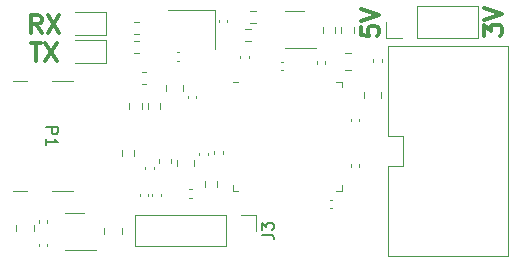
<source format=gbr>
%TF.GenerationSoftware,KiCad,Pcbnew,7.0.7*%
%TF.CreationDate,2024-02-11T21:42:06-08:00*%
%TF.ProjectId,PGL_FTDI_Prog,50474c5f-4654-4444-995f-50726f672e6b,rev?*%
%TF.SameCoordinates,Original*%
%TF.FileFunction,Legend,Top*%
%TF.FilePolarity,Positive*%
%FSLAX46Y46*%
G04 Gerber Fmt 4.6, Leading zero omitted, Abs format (unit mm)*
G04 Created by KiCad (PCBNEW 7.0.7) date 2024-02-11 21:42:06*
%MOMM*%
%LPD*%
G01*
G04 APERTURE LIST*
%ADD10C,0.300000*%
%ADD11C,0.150000*%
%ADD12C,0.120000*%
%ADD13C,0.100000*%
G04 APERTURE END LIST*
D10*
X96700828Y-51231203D02*
X96700828Y-51945489D01*
X96700828Y-51945489D02*
X97415114Y-52016917D01*
X97415114Y-52016917D02*
X97343685Y-51945489D01*
X97343685Y-51945489D02*
X97272257Y-51802632D01*
X97272257Y-51802632D02*
X97272257Y-51445489D01*
X97272257Y-51445489D02*
X97343685Y-51302632D01*
X97343685Y-51302632D02*
X97415114Y-51231203D01*
X97415114Y-51231203D02*
X97557971Y-51159774D01*
X97557971Y-51159774D02*
X97915114Y-51159774D01*
X97915114Y-51159774D02*
X98057971Y-51231203D01*
X98057971Y-51231203D02*
X98129400Y-51302632D01*
X98129400Y-51302632D02*
X98200828Y-51445489D01*
X98200828Y-51445489D02*
X98200828Y-51802632D01*
X98200828Y-51802632D02*
X98129400Y-51945489D01*
X98129400Y-51945489D02*
X98057971Y-52016917D01*
X96700828Y-50731203D02*
X98200828Y-50231203D01*
X98200828Y-50231203D02*
X96700828Y-49731203D01*
X68768796Y-52646828D02*
X69625939Y-52646828D01*
X69197367Y-54146828D02*
X69197367Y-52646828D01*
X69983081Y-52646828D02*
X70983081Y-54146828D01*
X70983081Y-52646828D02*
X69983081Y-54146828D01*
X69661653Y-51746828D02*
X69161653Y-51032542D01*
X68804510Y-51746828D02*
X68804510Y-50246828D01*
X68804510Y-50246828D02*
X69375939Y-50246828D01*
X69375939Y-50246828D02*
X69518796Y-50318257D01*
X69518796Y-50318257D02*
X69590225Y-50389685D01*
X69590225Y-50389685D02*
X69661653Y-50532542D01*
X69661653Y-50532542D02*
X69661653Y-50746828D01*
X69661653Y-50746828D02*
X69590225Y-50889685D01*
X69590225Y-50889685D02*
X69518796Y-50961114D01*
X69518796Y-50961114D02*
X69375939Y-51032542D01*
X69375939Y-51032542D02*
X68804510Y-51032542D01*
X70161653Y-50246828D02*
X71161653Y-51746828D01*
X71161653Y-50246828D02*
X70161653Y-51746828D01*
X107100828Y-51988346D02*
X107100828Y-51059774D01*
X107100828Y-51059774D02*
X107672257Y-51559774D01*
X107672257Y-51559774D02*
X107672257Y-51345489D01*
X107672257Y-51345489D02*
X107743685Y-51202632D01*
X107743685Y-51202632D02*
X107815114Y-51131203D01*
X107815114Y-51131203D02*
X107957971Y-51059774D01*
X107957971Y-51059774D02*
X108315114Y-51059774D01*
X108315114Y-51059774D02*
X108457971Y-51131203D01*
X108457971Y-51131203D02*
X108529400Y-51202632D01*
X108529400Y-51202632D02*
X108600828Y-51345489D01*
X108600828Y-51345489D02*
X108600828Y-51774060D01*
X108600828Y-51774060D02*
X108529400Y-51916917D01*
X108529400Y-51916917D02*
X108457971Y-51988346D01*
X107100828Y-50631203D02*
X108600828Y-50131203D01*
X108600828Y-50131203D02*
X107100828Y-49631203D01*
D11*
X70045180Y-59761905D02*
X71045180Y-59761905D01*
X71045180Y-59761905D02*
X71045180Y-60142857D01*
X71045180Y-60142857D02*
X70997561Y-60238095D01*
X70997561Y-60238095D02*
X70949942Y-60285714D01*
X70949942Y-60285714D02*
X70854704Y-60333333D01*
X70854704Y-60333333D02*
X70711847Y-60333333D01*
X70711847Y-60333333D02*
X70616609Y-60285714D01*
X70616609Y-60285714D02*
X70568990Y-60238095D01*
X70568990Y-60238095D02*
X70521371Y-60142857D01*
X70521371Y-60142857D02*
X70521371Y-59761905D01*
X70045180Y-61285714D02*
X70045180Y-60714286D01*
X70045180Y-61000000D02*
X71045180Y-61000000D01*
X71045180Y-61000000D02*
X70902323Y-60904762D01*
X70902323Y-60904762D02*
X70807085Y-60809524D01*
X70807085Y-60809524D02*
X70759466Y-60714286D01*
X88304819Y-68833333D02*
X89019104Y-68833333D01*
X89019104Y-68833333D02*
X89161961Y-68880952D01*
X89161961Y-68880952D02*
X89257200Y-68976190D01*
X89257200Y-68976190D02*
X89304819Y-69119047D01*
X89304819Y-69119047D02*
X89304819Y-69214285D01*
X88304819Y-68452380D02*
X88304819Y-67833333D01*
X88304819Y-67833333D02*
X88685771Y-68166666D01*
X88685771Y-68166666D02*
X88685771Y-68023809D01*
X88685771Y-68023809D02*
X88733390Y-67928571D01*
X88733390Y-67928571D02*
X88781009Y-67880952D01*
X88781009Y-67880952D02*
X88876247Y-67833333D01*
X88876247Y-67833333D02*
X89114342Y-67833333D01*
X89114342Y-67833333D02*
X89209580Y-67880952D01*
X89209580Y-67880952D02*
X89257200Y-67928571D01*
X89257200Y-67928571D02*
X89304819Y-68023809D01*
X89304819Y-68023809D02*
X89304819Y-68309523D01*
X89304819Y-68309523D02*
X89257200Y-68404761D01*
X89257200Y-68404761D02*
X89209580Y-68452380D01*
D12*
%TO.C,C9*%
X70160000Y-69592164D02*
X70160000Y-69807836D01*
X69440000Y-69592164D02*
X69440000Y-69807836D01*
%TO.C,C13*%
X82585000Y-62538748D02*
X82585000Y-63061252D01*
X81115000Y-62538748D02*
X81115000Y-63061252D01*
%TO.C,C1*%
X78440000Y-63307836D02*
X78440000Y-63092164D01*
X79160000Y-63307836D02*
X79160000Y-63092164D01*
%TO.C,D2*%
X75135000Y-51910000D02*
X75135000Y-49990000D01*
X75135000Y-49990000D02*
X72450000Y-49990000D01*
X72450000Y-51910000D02*
X75135000Y-51910000D01*
%TO.C,C26*%
X92940000Y-54387836D02*
X92940000Y-54172164D01*
X93660000Y-54387836D02*
X93660000Y-54172164D01*
%TO.C,C2*%
X98460000Y-54012164D02*
X98460000Y-54227836D01*
X97740000Y-54012164D02*
X97740000Y-54227836D01*
%TO.C,R6*%
X84522500Y-64312742D02*
X84522500Y-64787258D01*
X83477500Y-64312742D02*
X83477500Y-64787258D01*
%TO.C,R8*%
X77472500Y-61712742D02*
X77472500Y-62187258D01*
X76427500Y-61712742D02*
X76427500Y-62187258D01*
%TO.C,U5*%
X85840000Y-65110000D02*
X85840000Y-64635000D01*
X86315000Y-55890000D02*
X85840000Y-55890000D01*
X86315000Y-65110000D02*
X85840000Y-65110000D01*
X94585000Y-55890000D02*
X95060000Y-55890000D01*
X94585000Y-65110000D02*
X95060000Y-65110000D01*
X95060000Y-55890000D02*
X95060000Y-56365000D01*
X95060000Y-65110000D02*
X95060000Y-64635000D01*
%TO.C,C27*%
X76435000Y-68288748D02*
X76435000Y-68811252D01*
X74965000Y-68288748D02*
X74965000Y-68811252D01*
%TO.C,R2*%
X93477500Y-51737258D02*
X93477500Y-51262742D01*
X94522500Y-51737258D02*
X94522500Y-51262742D01*
%TO.C,R5*%
X87812258Y-50922500D02*
X87337742Y-50922500D01*
X87812258Y-49877500D02*
X87337742Y-49877500D01*
%TO.C,FB1*%
X78512779Y-56110000D02*
X78187221Y-56110000D01*
X78512779Y-55090000D02*
X78187221Y-55090000D01*
%TO.C,C4*%
X84290000Y-62007836D02*
X84290000Y-61792164D01*
X85010000Y-62007836D02*
X85010000Y-61792164D01*
%TO.C,R11*%
X77462742Y-50827500D02*
X77937258Y-50827500D01*
X77462742Y-51872500D02*
X77937258Y-51872500D01*
%TO.C,C19*%
X94072164Y-65890000D02*
X94287836Y-65890000D01*
X94072164Y-66610000D02*
X94287836Y-66610000D01*
%TO.C,C16*%
X90107836Y-54910000D02*
X89892164Y-54910000D01*
X90107836Y-54190000D02*
X89892164Y-54190000D01*
%TO.C,D3*%
X75135000Y-54310000D02*
X75135000Y-52390000D01*
X75135000Y-52390000D02*
X72450000Y-52390000D01*
X72450000Y-54310000D02*
X75135000Y-54310000D01*
D13*
%TO.C,U7*%
X99000000Y-52880000D02*
X99000000Y-60500000D01*
X99000000Y-60500000D02*
X100270000Y-60500000D01*
X99000000Y-70660000D02*
X99000000Y-63040000D01*
X100270000Y-60500000D02*
X100270000Y-63040000D01*
X100270000Y-63040000D02*
X99000000Y-63040000D01*
X104080000Y-52880000D02*
X99000000Y-52880000D01*
X104080000Y-52880000D02*
X109160000Y-52880000D01*
X104080000Y-70660000D02*
X99000000Y-70660000D01*
X109160000Y-52880000D02*
X109160000Y-70660000D01*
X109160000Y-70660000D02*
X104080000Y-70660000D01*
D12*
%TO.C,C22*%
X84640000Y-50857836D02*
X84640000Y-50642164D01*
X85360000Y-50857836D02*
X85360000Y-50642164D01*
%TO.C,J1*%
X98830000Y-52180000D02*
X98830000Y-50850000D01*
X100160000Y-52180000D02*
X98830000Y-52180000D01*
X101430000Y-52180000D02*
X106570000Y-52180000D01*
X101430000Y-52180000D02*
X101430000Y-49520000D01*
X106570000Y-52180000D02*
X106570000Y-49520000D01*
X101430000Y-49520000D02*
X106570000Y-49520000D01*
%TO.C,R1*%
X87387258Y-52472500D02*
X86912742Y-52472500D01*
X87387258Y-51427500D02*
X86912742Y-51427500D01*
%TO.C,C24*%
X79040000Y-65607836D02*
X79040000Y-65392164D01*
X79760000Y-65607836D02*
X79760000Y-65392164D01*
%TO.C,C5*%
X82040000Y-57282836D02*
X82040000Y-57067164D01*
X82760000Y-57282836D02*
X82760000Y-57067164D01*
%TO.C,C10*%
X96560000Y-62892164D02*
X96560000Y-63107836D01*
X95840000Y-62892164D02*
X95840000Y-63107836D01*
%TO.C,C11*%
X67515000Y-68511252D02*
X67515000Y-67988748D01*
X68985000Y-68511252D02*
X68985000Y-67988748D01*
%TO.C,R7*%
X78122500Y-57687742D02*
X78122500Y-58162258D01*
X77077500Y-57687742D02*
X77077500Y-58162258D01*
%TO.C,C12*%
X83710000Y-61892164D02*
X83710000Y-62107836D01*
X82990000Y-61892164D02*
X82990000Y-62107836D01*
%TO.C,C6*%
X77990000Y-65607836D02*
X77990000Y-65392164D01*
X78710000Y-65607836D02*
X78710000Y-65392164D01*
%TO.C,Y1*%
X84350000Y-53150000D02*
X84350000Y-49850000D01*
X84350000Y-49850000D02*
X80350000Y-49850000D01*
%TO.C,C18*%
X95840000Y-59257836D02*
X95840000Y-59042164D01*
X96560000Y-59257836D02*
X96560000Y-59042164D01*
%TO.C,FB2*%
X80610000Y-62474721D02*
X80610000Y-62800279D01*
X79590000Y-62474721D02*
X79590000Y-62800279D01*
%TO.C,C23*%
X81307836Y-54110000D02*
X81092164Y-54110000D01*
X81307836Y-53390000D02*
X81092164Y-53390000D01*
%TO.C,C14*%
X69440000Y-67857836D02*
X69440000Y-67642164D01*
X70160000Y-67857836D02*
X70160000Y-67642164D01*
%TO.C,C7*%
X95338748Y-53465000D02*
X95861252Y-53465000D01*
X95338748Y-54935000D02*
X95861252Y-54935000D01*
%TO.C,R3*%
X95027500Y-51737258D02*
X95027500Y-51262742D01*
X96072500Y-51737258D02*
X96072500Y-51262742D01*
%TO.C,C17*%
X96965000Y-57261252D02*
X96965000Y-56738748D01*
X98435000Y-57261252D02*
X98435000Y-56738748D01*
%TO.C,C15*%
X86490000Y-53907836D02*
X86490000Y-53692164D01*
X87210000Y-53907836D02*
X87210000Y-53692164D01*
%TO.C,U1*%
X72437500Y-70110000D02*
X74237500Y-70110000D01*
X72437500Y-70110000D02*
X71637500Y-70110000D01*
X72437500Y-66990000D02*
X73237500Y-66990000D01*
X72437500Y-66990000D02*
X71637500Y-66990000D01*
%TO.C,P1*%
X70500000Y-55830000D02*
X72300000Y-55830000D01*
X68400000Y-55830000D02*
X67250000Y-55830000D01*
X70500000Y-65170000D02*
X72300000Y-65170000D01*
X68400000Y-65170000D02*
X67250000Y-65170000D01*
%TO.C,C8*%
X80165000Y-56686252D02*
X80165000Y-56163748D01*
X81635000Y-56686252D02*
X81635000Y-56163748D01*
%TO.C,R14*%
X77462742Y-52427500D02*
X77937258Y-52427500D01*
X77462742Y-53472500D02*
X77937258Y-53472500D01*
%TO.C,C25*%
X82357836Y-65710000D02*
X82142164Y-65710000D01*
X82357836Y-64990000D02*
X82142164Y-64990000D01*
%TO.C,J3*%
X87850000Y-67170000D02*
X87850000Y-68500000D01*
X86520000Y-67170000D02*
X87850000Y-67170000D01*
X85250000Y-67170000D02*
X77570000Y-67170000D01*
X85250000Y-67170000D02*
X85250000Y-69830000D01*
X77570000Y-67170000D02*
X77570000Y-69830000D01*
X85250000Y-69830000D02*
X77570000Y-69830000D01*
%TO.C,R4*%
X79672500Y-57687742D02*
X79672500Y-58162258D01*
X78627500Y-57687742D02*
X78627500Y-58162258D01*
%TO.C,U4*%
X91100000Y-53060000D02*
X92900000Y-53060000D01*
X91100000Y-53060000D02*
X90300000Y-53060000D01*
X91100000Y-49940000D02*
X91900000Y-49940000D01*
X91100000Y-49940000D02*
X90300000Y-49940000D01*
%TD*%
M02*

</source>
